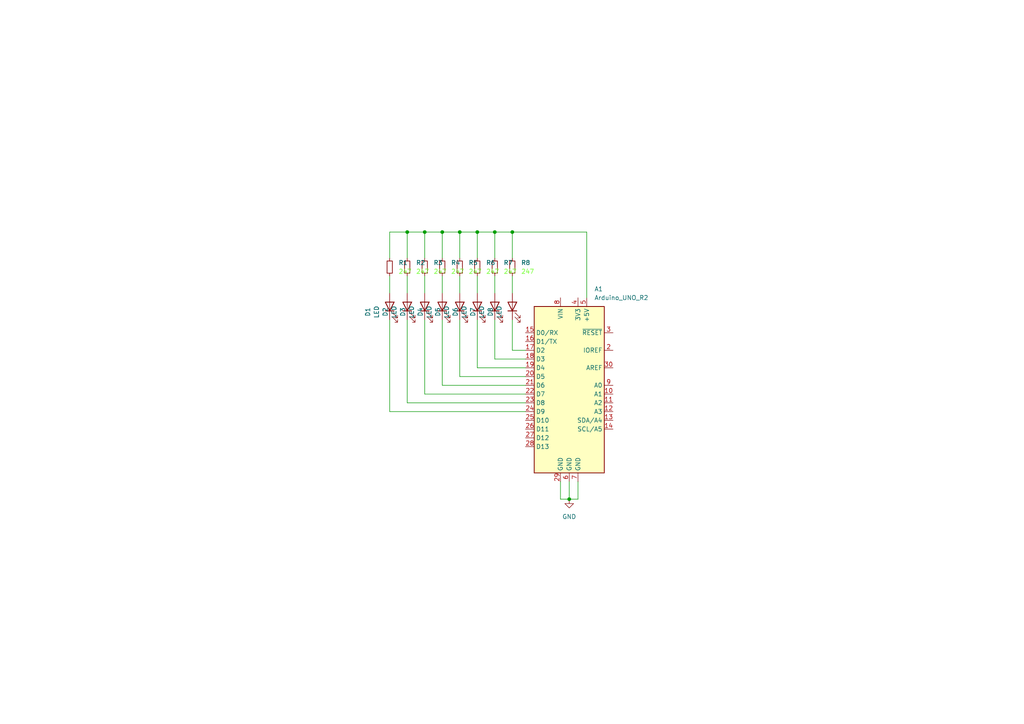
<source format=kicad_sch>
(kicad_sch (version 20230121) (generator eeschema)

  (uuid 6e69eac9-4f37-4ade-8268-940715bff190)

  (paper "A4")

  (title_block
    (title "ARDUINO UNO SHIELD")
    (date "2024-01-14")
    (rev "1")
  )

  (lib_symbols
    (symbol "Device:LED" (pin_numbers hide) (pin_names (offset 1.016) hide) (in_bom yes) (on_board yes)
      (property "Reference" "D" (at 0 2.54 0)
        (effects (font (size 1.27 1.27)))
      )
      (property "Value" "LED" (at 0 -2.54 0)
        (effects (font (size 1.27 1.27)))
      )
      (property "Footprint" "" (at 0 0 0)
        (effects (font (size 1.27 1.27)) hide)
      )
      (property "Datasheet" "~" (at 0 0 0)
        (effects (font (size 1.27 1.27)) hide)
      )
      (property "ki_keywords" "LED diode" (at 0 0 0)
        (effects (font (size 1.27 1.27)) hide)
      )
      (property "ki_description" "Light emitting diode" (at 0 0 0)
        (effects (font (size 1.27 1.27)) hide)
      )
      (property "ki_fp_filters" "LED* LED_SMD:* LED_THT:*" (at 0 0 0)
        (effects (font (size 1.27 1.27)) hide)
      )
      (symbol "LED_0_1"
        (polyline
          (pts
            (xy -1.27 -1.27)
            (xy -1.27 1.27)
          )
          (stroke (width 0.254) (type default))
          (fill (type none))
        )
        (polyline
          (pts
            (xy -1.27 0)
            (xy 1.27 0)
          )
          (stroke (width 0) (type default))
          (fill (type none))
        )
        (polyline
          (pts
            (xy 1.27 -1.27)
            (xy 1.27 1.27)
            (xy -1.27 0)
            (xy 1.27 -1.27)
          )
          (stroke (width 0.254) (type default))
          (fill (type none))
        )
        (polyline
          (pts
            (xy -3.048 -0.762)
            (xy -4.572 -2.286)
            (xy -3.81 -2.286)
            (xy -4.572 -2.286)
            (xy -4.572 -1.524)
          )
          (stroke (width 0) (type default))
          (fill (type none))
        )
        (polyline
          (pts
            (xy -1.778 -0.762)
            (xy -3.302 -2.286)
            (xy -2.54 -2.286)
            (xy -3.302 -2.286)
            (xy -3.302 -1.524)
          )
          (stroke (width 0) (type default))
          (fill (type none))
        )
      )
      (symbol "LED_1_1"
        (pin passive line (at -3.81 0 0) (length 2.54)
          (name "K" (effects (font (size 1.27 1.27))))
          (number "1" (effects (font (size 1.27 1.27))))
        )
        (pin passive line (at 3.81 0 180) (length 2.54)
          (name "A" (effects (font (size 1.27 1.27))))
          (number "2" (effects (font (size 1.27 1.27))))
        )
      )
    )
    (symbol "Device:R_Small" (pin_numbers hide) (pin_names (offset 0.254) hide) (in_bom yes) (on_board yes)
      (property "Reference" "R" (at 0.762 0.508 0)
        (effects (font (size 1.27 1.27)) (justify left))
      )
      (property "Value" "R_Small" (at 0.762 -1.016 0)
        (effects (font (size 1.27 1.27)) (justify left))
      )
      (property "Footprint" "" (at 0 0 0)
        (effects (font (size 1.27 1.27)) hide)
      )
      (property "Datasheet" "~" (at 0 0 0)
        (effects (font (size 1.27 1.27)) hide)
      )
      (property "ki_keywords" "R resistor" (at 0 0 0)
        (effects (font (size 1.27 1.27)) hide)
      )
      (property "ki_description" "Resistor, small symbol" (at 0 0 0)
        (effects (font (size 1.27 1.27)) hide)
      )
      (property "ki_fp_filters" "R_*" (at 0 0 0)
        (effects (font (size 1.27 1.27)) hide)
      )
      (symbol "R_Small_0_1"
        (rectangle (start -0.762 1.778) (end 0.762 -1.778)
          (stroke (width 0.2032) (type default))
          (fill (type none))
        )
      )
      (symbol "R_Small_1_1"
        (pin passive line (at 0 2.54 270) (length 0.762)
          (name "~" (effects (font (size 1.27 1.27))))
          (number "1" (effects (font (size 1.27 1.27))))
        )
        (pin passive line (at 0 -2.54 90) (length 0.762)
          (name "~" (effects (font (size 1.27 1.27))))
          (number "2" (effects (font (size 1.27 1.27))))
        )
      )
    )
    (symbol "MCU_Module:Arduino_UNO_R2" (in_bom yes) (on_board yes)
      (property "Reference" "A" (at -10.16 23.495 0)
        (effects (font (size 1.27 1.27)) (justify left bottom))
      )
      (property "Value" "Arduino_UNO_R2" (at 5.08 -26.67 0)
        (effects (font (size 1.27 1.27)) (justify left top))
      )
      (property "Footprint" "Module:Arduino_UNO_R2" (at 0 0 0)
        (effects (font (size 1.27 1.27) italic) hide)
      )
      (property "Datasheet" "https://www.arduino.cc/en/Main/arduinoBoardUno" (at 0 0 0)
        (effects (font (size 1.27 1.27)) hide)
      )
      (property "ki_keywords" "Arduino UNO R3 Microcontroller Module Atmel AVR USB" (at 0 0 0)
        (effects (font (size 1.27 1.27)) hide)
      )
      (property "ki_description" "Arduino UNO Microcontroller Module, release 2" (at 0 0 0)
        (effects (font (size 1.27 1.27)) hide)
      )
      (property "ki_fp_filters" "Arduino*UNO*R2*" (at 0 0 0)
        (effects (font (size 1.27 1.27)) hide)
      )
      (symbol "Arduino_UNO_R2_0_1"
        (rectangle (start -10.16 22.86) (end 10.16 -25.4)
          (stroke (width 0.254) (type default))
          (fill (type background))
        )
      )
      (symbol "Arduino_UNO_R2_1_1"
        (pin no_connect line (at -10.16 -20.32 0) (length 2.54) hide
          (name "NC" (effects (font (size 1.27 1.27))))
          (number "1" (effects (font (size 1.27 1.27))))
        )
        (pin bidirectional line (at 12.7 -2.54 180) (length 2.54)
          (name "A1" (effects (font (size 1.27 1.27))))
          (number "10" (effects (font (size 1.27 1.27))))
        )
        (pin bidirectional line (at 12.7 -5.08 180) (length 2.54)
          (name "A2" (effects (font (size 1.27 1.27))))
          (number "11" (effects (font (size 1.27 1.27))))
        )
        (pin bidirectional line (at 12.7 -7.62 180) (length 2.54)
          (name "A3" (effects (font (size 1.27 1.27))))
          (number "12" (effects (font (size 1.27 1.27))))
        )
        (pin bidirectional line (at 12.7 -10.16 180) (length 2.54)
          (name "SDA/A4" (effects (font (size 1.27 1.27))))
          (number "13" (effects (font (size 1.27 1.27))))
        )
        (pin bidirectional line (at 12.7 -12.7 180) (length 2.54)
          (name "SCL/A5" (effects (font (size 1.27 1.27))))
          (number "14" (effects (font (size 1.27 1.27))))
        )
        (pin bidirectional line (at -12.7 15.24 0) (length 2.54)
          (name "D0/RX" (effects (font (size 1.27 1.27))))
          (number "15" (effects (font (size 1.27 1.27))))
        )
        (pin bidirectional line (at -12.7 12.7 0) (length 2.54)
          (name "D1/TX" (effects (font (size 1.27 1.27))))
          (number "16" (effects (font (size 1.27 1.27))))
        )
        (pin bidirectional line (at -12.7 10.16 0) (length 2.54)
          (name "D2" (effects (font (size 1.27 1.27))))
          (number "17" (effects (font (size 1.27 1.27))))
        )
        (pin bidirectional line (at -12.7 7.62 0) (length 2.54)
          (name "D3" (effects (font (size 1.27 1.27))))
          (number "18" (effects (font (size 1.27 1.27))))
        )
        (pin bidirectional line (at -12.7 5.08 0) (length 2.54)
          (name "D4" (effects (font (size 1.27 1.27))))
          (number "19" (effects (font (size 1.27 1.27))))
        )
        (pin output line (at 12.7 10.16 180) (length 2.54)
          (name "IOREF" (effects (font (size 1.27 1.27))))
          (number "2" (effects (font (size 1.27 1.27))))
        )
        (pin bidirectional line (at -12.7 2.54 0) (length 2.54)
          (name "D5" (effects (font (size 1.27 1.27))))
          (number "20" (effects (font (size 1.27 1.27))))
        )
        (pin bidirectional line (at -12.7 0 0) (length 2.54)
          (name "D6" (effects (font (size 1.27 1.27))))
          (number "21" (effects (font (size 1.27 1.27))))
        )
        (pin bidirectional line (at -12.7 -2.54 0) (length 2.54)
          (name "D7" (effects (font (size 1.27 1.27))))
          (number "22" (effects (font (size 1.27 1.27))))
        )
        (pin bidirectional line (at -12.7 -5.08 0) (length 2.54)
          (name "D8" (effects (font (size 1.27 1.27))))
          (number "23" (effects (font (size 1.27 1.27))))
        )
        (pin bidirectional line (at -12.7 -7.62 0) (length 2.54)
          (name "D9" (effects (font (size 1.27 1.27))))
          (number "24" (effects (font (size 1.27 1.27))))
        )
        (pin bidirectional line (at -12.7 -10.16 0) (length 2.54)
          (name "D10" (effects (font (size 1.27 1.27))))
          (number "25" (effects (font (size 1.27 1.27))))
        )
        (pin bidirectional line (at -12.7 -12.7 0) (length 2.54)
          (name "D11" (effects (font (size 1.27 1.27))))
          (number "26" (effects (font (size 1.27 1.27))))
        )
        (pin bidirectional line (at -12.7 -15.24 0) (length 2.54)
          (name "D12" (effects (font (size 1.27 1.27))))
          (number "27" (effects (font (size 1.27 1.27))))
        )
        (pin bidirectional line (at -12.7 -17.78 0) (length 2.54)
          (name "D13" (effects (font (size 1.27 1.27))))
          (number "28" (effects (font (size 1.27 1.27))))
        )
        (pin power_in line (at -2.54 -27.94 90) (length 2.54)
          (name "GND" (effects (font (size 1.27 1.27))))
          (number "29" (effects (font (size 1.27 1.27))))
        )
        (pin input line (at 12.7 15.24 180) (length 2.54)
          (name "~{RESET}" (effects (font (size 1.27 1.27))))
          (number "3" (effects (font (size 1.27 1.27))))
        )
        (pin input line (at 12.7 5.08 180) (length 2.54)
          (name "AREF" (effects (font (size 1.27 1.27))))
          (number "30" (effects (font (size 1.27 1.27))))
        )
        (pin power_out line (at 2.54 25.4 270) (length 2.54)
          (name "3V3" (effects (font (size 1.27 1.27))))
          (number "4" (effects (font (size 1.27 1.27))))
        )
        (pin power_out line (at 5.08 25.4 270) (length 2.54)
          (name "+5V" (effects (font (size 1.27 1.27))))
          (number "5" (effects (font (size 1.27 1.27))))
        )
        (pin power_in line (at 0 -27.94 90) (length 2.54)
          (name "GND" (effects (font (size 1.27 1.27))))
          (number "6" (effects (font (size 1.27 1.27))))
        )
        (pin power_in line (at 2.54 -27.94 90) (length 2.54)
          (name "GND" (effects (font (size 1.27 1.27))))
          (number "7" (effects (font (size 1.27 1.27))))
        )
        (pin power_in line (at -2.54 25.4 270) (length 2.54)
          (name "VIN" (effects (font (size 1.27 1.27))))
          (number "8" (effects (font (size 1.27 1.27))))
        )
        (pin bidirectional line (at 12.7 0 180) (length 2.54)
          (name "A0" (effects (font (size 1.27 1.27))))
          (number "9" (effects (font (size 1.27 1.27))))
        )
      )
    )
    (symbol "power:GND" (power) (pin_names (offset 0)) (in_bom yes) (on_board yes)
      (property "Reference" "#PWR" (at 0 -6.35 0)
        (effects (font (size 1.27 1.27)) hide)
      )
      (property "Value" "GND" (at 0 -3.81 0)
        (effects (font (size 1.27 1.27)))
      )
      (property "Footprint" "" (at 0 0 0)
        (effects (font (size 1.27 1.27)) hide)
      )
      (property "Datasheet" "" (at 0 0 0)
        (effects (font (size 1.27 1.27)) hide)
      )
      (property "ki_keywords" "global power" (at 0 0 0)
        (effects (font (size 1.27 1.27)) hide)
      )
      (property "ki_description" "Power symbol creates a global label with name \"GND\" , ground" (at 0 0 0)
        (effects (font (size 1.27 1.27)) hide)
      )
      (symbol "GND_0_1"
        (polyline
          (pts
            (xy 0 0)
            (xy 0 -1.27)
            (xy 1.27 -1.27)
            (xy 0 -2.54)
            (xy -1.27 -1.27)
            (xy 0 -1.27)
          )
          (stroke (width 0) (type default))
          (fill (type none))
        )
      )
      (symbol "GND_1_1"
        (pin power_in line (at 0 0 270) (length 0) hide
          (name "GND" (effects (font (size 1.27 1.27))))
          (number "1" (effects (font (size 1.27 1.27))))
        )
      )
    )
  )

  (junction (at 118.11 67.31) (diameter 0) (color 0 0 0 0)
    (uuid 0098c3aa-33f8-4973-a1ae-8128a9b136a4)
  )
  (junction (at 148.59 67.31) (diameter 0) (color 0 0 0 0)
    (uuid 03a2e0ce-b876-4e81-ac29-0f55b5c2642f)
  )
  (junction (at 143.51 67.31) (diameter 0) (color 0 0 0 0)
    (uuid 2423fcd0-0f8f-4b4c-beb2-b09ce06c6ab5)
  )
  (junction (at 128.27 67.31) (diameter 0) (color 0 0 0 0)
    (uuid 45e64418-4195-49a3-ba57-aebb78f4ce03)
  )
  (junction (at 123.19 67.31) (diameter 0) (color 0 0 0 0)
    (uuid 95dba7ac-a0ec-4253-bf70-6b2492348f9d)
  )
  (junction (at 133.35 67.31) (diameter 0) (color 0 0 0 0)
    (uuid f8295662-7527-46c4-bc19-474d64aed20a)
  )
  (junction (at 165.1 144.78) (diameter 0) (color 0 0 0 0)
    (uuid f9068b07-6f07-4028-82e0-85b711c32620)
  )
  (junction (at 138.43 67.31) (diameter 0) (color 0 0 0 0)
    (uuid fa48539d-b084-4548-bae2-df6e1c10d5e5)
  )

  (wire (pts (xy 167.64 139.7) (xy 167.64 144.78))
    (stroke (width 0) (type default))
    (uuid 064aefd1-4394-40c2-8f1f-f5ca1bbd98e5)
  )
  (wire (pts (xy 165.1 139.7) (xy 165.1 144.78))
    (stroke (width 0) (type default))
    (uuid 0a6ae51e-d398-45da-9c81-97f564f51d56)
  )
  (wire (pts (xy 113.03 80.01) (xy 113.03 85.09))
    (stroke (width 0) (type default))
    (uuid 0f0e63cb-94c0-4db6-8c55-a6f5233a9e4d)
  )
  (wire (pts (xy 118.11 116.84) (xy 152.4 116.84))
    (stroke (width 0) (type default))
    (uuid 1083fba0-1d01-4aa4-9df5-e4cd8cd7d340)
  )
  (wire (pts (xy 123.19 80.01) (xy 123.19 85.09))
    (stroke (width 0) (type default))
    (uuid 157bfe29-52ec-4a1f-8d72-06feab39e55f)
  )
  (wire (pts (xy 118.11 67.31) (xy 118.11 74.93))
    (stroke (width 0) (type default))
    (uuid 26033cf7-d50f-430b-9936-0b8e955abeff)
  )
  (wire (pts (xy 118.11 67.31) (xy 123.19 67.31))
    (stroke (width 0) (type default))
    (uuid 2a27618f-328f-47e8-bae2-a5de0795c8ce)
  )
  (wire (pts (xy 128.27 92.71) (xy 128.27 111.76))
    (stroke (width 0) (type default))
    (uuid 2bc6b7af-304f-461d-b831-54ce7068bffa)
  )
  (wire (pts (xy 113.03 67.31) (xy 118.11 67.31))
    (stroke (width 0) (type default))
    (uuid 3aaba3fa-7904-439b-ae05-c1db293f4de6)
  )
  (wire (pts (xy 143.51 104.14) (xy 152.4 104.14))
    (stroke (width 0) (type default))
    (uuid 43f161df-9809-4143-a1b5-e6515330c2c7)
  )
  (wire (pts (xy 133.35 67.31) (xy 133.35 74.93))
    (stroke (width 0) (type default))
    (uuid 4710b0a8-dd81-4312-be71-20278cb5633d)
  )
  (wire (pts (xy 148.59 101.6) (xy 152.4 101.6))
    (stroke (width 0) (type default))
    (uuid 49806815-b640-4ce6-8750-a65fe0a5800b)
  )
  (wire (pts (xy 143.51 67.31) (xy 148.59 67.31))
    (stroke (width 0) (type default))
    (uuid 4c0f91a4-106c-462f-b3c2-7a09b4367274)
  )
  (wire (pts (xy 113.03 119.38) (xy 152.4 119.38))
    (stroke (width 0) (type default))
    (uuid 4d958bf0-a745-4eea-98b5-fd2330deedb0)
  )
  (wire (pts (xy 162.56 144.78) (xy 165.1 144.78))
    (stroke (width 0) (type default))
    (uuid 51ba7629-951a-4999-98fa-6d1189eb31db)
  )
  (wire (pts (xy 148.59 67.31) (xy 148.59 74.93))
    (stroke (width 0) (type default))
    (uuid 544eabc6-8dcd-456f-9116-daec7bb468a6)
  )
  (wire (pts (xy 133.35 67.31) (xy 138.43 67.31))
    (stroke (width 0) (type default))
    (uuid 59de42c7-e511-4c02-9d90-68b89f919cd8)
  )
  (wire (pts (xy 128.27 111.76) (xy 152.4 111.76))
    (stroke (width 0) (type default))
    (uuid 5d216e6b-5066-492e-b8c9-aa6c0cf3b8dd)
  )
  (wire (pts (xy 138.43 106.68) (xy 152.4 106.68))
    (stroke (width 0) (type default))
    (uuid 5d326438-aaad-4d28-9aa3-c92b76e5d694)
  )
  (wire (pts (xy 128.27 67.31) (xy 133.35 67.31))
    (stroke (width 0) (type default))
    (uuid 6300a0a6-0b28-4d3a-ac37-3f190eb4ad36)
  )
  (wire (pts (xy 113.03 74.93) (xy 113.03 67.31))
    (stroke (width 0) (type default))
    (uuid 711408ee-43bb-42d2-a029-7f96950e28e7)
  )
  (wire (pts (xy 148.59 92.71) (xy 148.59 101.6))
    (stroke (width 0) (type default))
    (uuid 79148551-fbef-440c-8751-f0bda0fd2a55)
  )
  (wire (pts (xy 133.35 80.01) (xy 133.35 85.09))
    (stroke (width 0) (type default))
    (uuid 87028215-cd05-4590-8efe-43bfc354789b)
  )
  (wire (pts (xy 113.03 92.71) (xy 113.03 119.38))
    (stroke (width 0) (type default))
    (uuid 87f42329-8b37-4562-836d-4ce5593ab2f8)
  )
  (wire (pts (xy 148.59 80.01) (xy 148.59 85.09))
    (stroke (width 0) (type default))
    (uuid 91690b8e-5dbc-4960-958d-21ce259a7a12)
  )
  (wire (pts (xy 123.19 92.71) (xy 123.19 114.3))
    (stroke (width 0) (type default))
    (uuid 98f0319c-c6ca-402c-bb3e-6d70f7f6a66e)
  )
  (wire (pts (xy 118.11 92.71) (xy 118.11 116.84))
    (stroke (width 0) (type default))
    (uuid 9f39f5cc-1ff9-4fea-bf2b-556d001b5d32)
  )
  (wire (pts (xy 128.27 80.01) (xy 128.27 85.09))
    (stroke (width 0) (type default))
    (uuid a4482a32-09d7-4f52-9fea-6d5a307dbb74)
  )
  (wire (pts (xy 118.11 80.01) (xy 118.11 85.09))
    (stroke (width 0) (type default))
    (uuid ab81004d-00ce-400f-8220-527ddebbf14d)
  )
  (wire (pts (xy 162.56 139.7) (xy 162.56 144.78))
    (stroke (width 0) (type default))
    (uuid abd98c90-58f4-4393-85c3-c8043d3cf33c)
  )
  (wire (pts (xy 143.51 80.01) (xy 143.51 85.09))
    (stroke (width 0) (type default))
    (uuid b0576afd-587d-4182-ba51-6368400bc8dc)
  )
  (wire (pts (xy 138.43 74.93) (xy 138.43 67.31))
    (stroke (width 0) (type default))
    (uuid b50d61e1-3184-42ae-acf2-8fe6e8ae32d8)
  )
  (wire (pts (xy 123.19 67.31) (xy 123.19 74.93))
    (stroke (width 0) (type default))
    (uuid c20a3e51-7580-4438-b301-96d40a795466)
  )
  (wire (pts (xy 133.35 92.71) (xy 133.35 109.22))
    (stroke (width 0) (type default))
    (uuid ca1a3ddb-b861-4bfb-a35e-60c9f18dc3df)
  )
  (wire (pts (xy 143.51 67.31) (xy 143.51 74.93))
    (stroke (width 0) (type default))
    (uuid cb16daa8-76e0-47bf-8221-615479ec4309)
  )
  (wire (pts (xy 138.43 80.01) (xy 138.43 85.09))
    (stroke (width 0) (type default))
    (uuid ce2eb782-94db-4242-9e27-1b3574e202dc)
  )
  (wire (pts (xy 123.19 114.3) (xy 152.4 114.3))
    (stroke (width 0) (type default))
    (uuid cef583e5-e577-4887-bfb5-cb83d8dd7d9c)
  )
  (wire (pts (xy 123.19 67.31) (xy 128.27 67.31))
    (stroke (width 0) (type default))
    (uuid d0be967e-8230-421f-83ae-1710e5010f91)
  )
  (wire (pts (xy 148.59 67.31) (xy 170.18 67.31))
    (stroke (width 0) (type default))
    (uuid d56e5d37-a690-4442-9903-c06c2f741bb3)
  )
  (wire (pts (xy 167.64 144.78) (xy 165.1 144.78))
    (stroke (width 0) (type default))
    (uuid d672716a-8f32-4160-bb35-54fb55e43f2b)
  )
  (wire (pts (xy 170.18 67.31) (xy 170.18 86.36))
    (stroke (width 0) (type default))
    (uuid e3a53d6e-d012-4e9b-ac79-53018e53bac5)
  )
  (wire (pts (xy 143.51 92.71) (xy 143.51 104.14))
    (stroke (width 0) (type default))
    (uuid e5db9039-cf79-4ec8-ab4f-6d25184307ea)
  )
  (wire (pts (xy 138.43 92.71) (xy 138.43 106.68))
    (stroke (width 0) (type default))
    (uuid ede53f1d-c5ea-43f1-aa3e-eac673ebcc84)
  )
  (wire (pts (xy 133.35 109.22) (xy 152.4 109.22))
    (stroke (width 0) (type default))
    (uuid f3bfa60f-63f8-439d-b531-bd198a7919b5)
  )
  (wire (pts (xy 128.27 67.31) (xy 128.27 74.93))
    (stroke (width 0) (type default))
    (uuid fd5e0eea-8e1a-42e0-8600-10f43763e51b)
  )
  (wire (pts (xy 138.43 67.31) (xy 143.51 67.31))
    (stroke (width 0) (type default))
    (uuid fd85df35-f8cc-420e-9da8-a4abdc98ee70)
  )

  (symbol (lib_id "Device:R_Small") (at 133.35 77.47 0) (unit 1)
    (in_bom yes) (on_board yes) (dnp no) (fields_autoplaced)
    (uuid 06ac5c1e-a127-47ca-b198-85f4b69bb95f)
    (property "Reference" "R5" (at 135.89 76.2 0)
      (effects (font (size 1.27 1.27)) (justify left))
    )
    (property "Value" "247" (at 135.89 78.74 0)
      (effects (font (size 1.27 1.27) (color 139 255 85 1)) (justify left))
    )
    (property "Footprint" "Resistor_SMD:R_0603_1608Metric" (at 133.35 77.47 0)
      (effects (font (size 1.27 1.27)) hide)
    )
    (property "Datasheet" "~" (at 133.35 77.47 0)
      (effects (font (size 1.27 1.27)) hide)
    )
    (pin "1" (uuid 776f0a47-c894-4d52-881e-974ce0dadf37))
    (pin "2" (uuid cc8a05fe-a3af-4236-a763-97876ef44a01))
    (instances
      (project "HW_1_EMBEDDED SYSTEM_LAM HOANG NHAT_2151238"
        (path "/6e69eac9-4f37-4ade-8268-940715bff190"
          (reference "R5") (unit 1)
        )
      )
    )
  )

  (symbol (lib_id "Device:R_Small") (at 118.11 77.47 0) (unit 1)
    (in_bom yes) (on_board yes) (dnp no) (fields_autoplaced)
    (uuid 105d9c24-686b-40a7-b0c9-d883dd1499ed)
    (property "Reference" "R2" (at 120.65 76.2 0)
      (effects (font (size 1.27 1.27)) (justify left))
    )
    (property "Value" "247" (at 120.65 78.74 0)
      (effects (font (size 1.27 1.27) (color 139 255 85 1)) (justify left))
    )
    (property "Footprint" "Resistor_SMD:R_0603_1608Metric" (at 118.11 77.47 0)
      (effects (font (size 1.27 1.27)) hide)
    )
    (property "Datasheet" "~" (at 118.11 77.47 0)
      (effects (font (size 1.27 1.27)) hide)
    )
    (pin "1" (uuid 13e55205-eea1-4520-b93a-8adc8d2463c7))
    (pin "2" (uuid 3d520e85-d5b5-4e6e-b166-a41777085d7e))
    (instances
      (project "HW_1_EMBEDDED SYSTEM_LAM HOANG NHAT_2151238"
        (path "/6e69eac9-4f37-4ade-8268-940715bff190"
          (reference "R2") (unit 1)
        )
      )
    )
  )

  (symbol (lib_id "Device:R_Small") (at 123.19 77.47 0) (unit 1)
    (in_bom yes) (on_board yes) (dnp no) (fields_autoplaced)
    (uuid 1302f1a9-7b8c-41f6-8643-5ea1f1d93d83)
    (property "Reference" "R3" (at 125.73 76.2 0)
      (effects (font (size 1.27 1.27)) (justify left))
    )
    (property "Value" "247" (at 125.73 78.74 0)
      (effects (font (size 1.27 1.27) (color 139 255 85 1)) (justify left))
    )
    (property "Footprint" "Resistor_SMD:R_0603_1608Metric" (at 123.19 77.47 0)
      (effects (font (size 1.27 1.27)) hide)
    )
    (property "Datasheet" "~" (at 123.19 77.47 0)
      (effects (font (size 1.27 1.27)) hide)
    )
    (pin "1" (uuid c19c3e4e-ab16-47b6-974e-2ead24472649))
    (pin "2" (uuid 53239883-d91d-40be-b3ca-add07fcc548a))
    (instances
      (project "HW_1_EMBEDDED SYSTEM_LAM HOANG NHAT_2151238"
        (path "/6e69eac9-4f37-4ade-8268-940715bff190"
          (reference "R3") (unit 1)
        )
      )
    )
  )

  (symbol (lib_id "Device:LED") (at 138.43 88.9 90) (unit 1)
    (in_bom yes) (on_board yes) (dnp no) (fields_autoplaced)
    (uuid 1c8e9fbc-539a-4f5b-8efc-4796d6b1560b)
    (property "Reference" "D6" (at 132.08 90.4875 0)
      (effects (font (size 1.27 1.27)))
    )
    (property "Value" "LED" (at 134.62 90.4875 0)
      (effects (font (size 1.27 1.27)))
    )
    (property "Footprint" "LED_SMD:LED_0805_2012Metric_Pad1.15x1.40mm_HandSolder" (at 138.43 88.9 0)
      (effects (font (size 1.27 1.27)) hide)
    )
    (property "Datasheet" "~" (at 138.43 88.9 0)
      (effects (font (size 1.27 1.27)) hide)
    )
    (pin "2" (uuid 06f9b936-fd3a-4de6-96be-ec1ab31cc829))
    (pin "1" (uuid f9f3df5c-9494-440b-8db7-f91eafaafb33))
    (instances
      (project "HW_1_EMBEDDED SYSTEM_LAM HOANG NHAT_2151238"
        (path "/6e69eac9-4f37-4ade-8268-940715bff190"
          (reference "D6") (unit 1)
        )
      )
    )
  )

  (symbol (lib_id "Device:LED") (at 118.11 88.9 90) (unit 1)
    (in_bom yes) (on_board yes) (dnp no) (fields_autoplaced)
    (uuid 257958d6-fec6-41d2-8dd2-fa2e33d2e3d6)
    (property "Reference" "D2" (at 111.76 90.4875 0)
      (effects (font (size 1.27 1.27)))
    )
    (property "Value" "LED" (at 114.3 90.4875 0)
      (effects (font (size 1.27 1.27)))
    )
    (property "Footprint" "LED_SMD:LED_0805_2012Metric_Pad1.15x1.40mm_HandSolder" (at 118.11 88.9 0)
      (effects (font (size 1.27 1.27)) hide)
    )
    (property "Datasheet" "~" (at 118.11 88.9 0)
      (effects (font (size 1.27 1.27)) hide)
    )
    (pin "1" (uuid b01c3224-bedd-41c4-8ff6-aa4a919af4e8))
    (pin "2" (uuid 42e3159a-ecb3-4175-9d5c-ec7d26634ff8))
    (instances
      (project "HW_1_EMBEDDED SYSTEM_LAM HOANG NHAT_2151238"
        (path "/6e69eac9-4f37-4ade-8268-940715bff190"
          (reference "D2") (unit 1)
        )
      )
    )
  )

  (symbol (lib_id "Device:R_Small") (at 128.27 77.47 0) (unit 1)
    (in_bom yes) (on_board yes) (dnp no) (fields_autoplaced)
    (uuid 27f25853-e6c7-4aac-8135-afad1d998adb)
    (property "Reference" "R4" (at 130.81 76.2 0)
      (effects (font (size 1.27 1.27)) (justify left))
    )
    (property "Value" "247" (at 130.81 78.74 0)
      (effects (font (size 1.27 1.27) (color 139 255 85 1)) (justify left))
    )
    (property "Footprint" "Resistor_SMD:R_0603_1608Metric" (at 128.27 77.47 0)
      (effects (font (size 1.27 1.27)) hide)
    )
    (property "Datasheet" "~" (at 128.27 77.47 0)
      (effects (font (size 1.27 1.27)) hide)
    )
    (pin "1" (uuid a095dc23-8c72-4717-a7a3-9db43d39bc99))
    (pin "2" (uuid 7e2caa6a-b35b-4ba9-8dea-fa2747ba3437))
    (instances
      (project "HW_1_EMBEDDED SYSTEM_LAM HOANG NHAT_2151238"
        (path "/6e69eac9-4f37-4ade-8268-940715bff190"
          (reference "R4") (unit 1)
        )
      )
    )
  )

  (symbol (lib_id "Device:R_Small") (at 148.59 77.47 0) (unit 1)
    (in_bom yes) (on_board yes) (dnp no) (fields_autoplaced)
    (uuid 30d2a5e3-8ce5-4814-ab0f-770ab91d49ad)
    (property "Reference" "R8" (at 151.13 76.2 0)
      (effects (font (size 1.27 1.27)) (justify left))
    )
    (property "Value" "247" (at 151.13 78.74 0)
      (effects (font (size 1.27 1.27) (color 139 255 85 1)) (justify left))
    )
    (property "Footprint" "Resistor_SMD:R_0603_1608Metric" (at 148.59 77.47 0)
      (effects (font (size 1.27 1.27)) hide)
    )
    (property "Datasheet" "~" (at 148.59 77.47 0)
      (effects (font (size 1.27 1.27)) hide)
    )
    (pin "1" (uuid 0d41336e-aaf0-415f-9d97-b74ae860cda2))
    (pin "2" (uuid ca17ac7a-80c0-4b1d-87db-460c5abf88dd))
    (instances
      (project "HW_1_EMBEDDED SYSTEM_LAM HOANG NHAT_2151238"
        (path "/6e69eac9-4f37-4ade-8268-940715bff190"
          (reference "R8") (unit 1)
        )
      )
    )
  )

  (symbol (lib_id "Device:R_Small") (at 143.51 77.47 0) (unit 1)
    (in_bom yes) (on_board yes) (dnp no) (fields_autoplaced)
    (uuid 39b518cf-6b00-4b7e-9112-e9c5bc96272d)
    (property "Reference" "R7" (at 146.05 76.2 0)
      (effects (font (size 1.27 1.27)) (justify left))
    )
    (property "Value" "247" (at 146.05 78.74 0)
      (effects (font (size 1.27 1.27) (color 139 255 85 1)) (justify left))
    )
    (property "Footprint" "Resistor_SMD:R_0603_1608Metric" (at 143.51 77.47 0)
      (effects (font (size 1.27 1.27)) hide)
    )
    (property "Datasheet" "~" (at 143.51 77.47 0)
      (effects (font (size 1.27 1.27)) hide)
    )
    (pin "1" (uuid 1d47afac-f5eb-41c2-8d5e-c146ce77a12e))
    (pin "2" (uuid ffa344d1-8018-44a6-ba87-110930e882fa))
    (instances
      (project "HW_1_EMBEDDED SYSTEM_LAM HOANG NHAT_2151238"
        (path "/6e69eac9-4f37-4ade-8268-940715bff190"
          (reference "R7") (unit 1)
        )
      )
    )
  )

  (symbol (lib_id "Device:LED") (at 123.19 88.9 90) (unit 1)
    (in_bom yes) (on_board yes) (dnp no) (fields_autoplaced)
    (uuid 6ea65a5b-b150-4ac6-beb7-3f89465f23ce)
    (property "Reference" "D3" (at 116.84 90.4875 0)
      (effects (font (size 1.27 1.27)))
    )
    (property "Value" "LED" (at 119.38 90.4875 0)
      (effects (font (size 1.27 1.27)))
    )
    (property "Footprint" "LED_SMD:LED_0805_2012Metric_Pad1.15x1.40mm_HandSolder" (at 123.19 88.9 0)
      (effects (font (size 1.27 1.27)) hide)
    )
    (property "Datasheet" "~" (at 123.19 88.9 0)
      (effects (font (size 1.27 1.27)) hide)
    )
    (pin "1" (uuid db0d1a33-e754-43b7-b546-92d976d29530))
    (pin "2" (uuid 3f60e910-b723-4905-a154-eb270abc0e51))
    (instances
      (project "HW_1_EMBEDDED SYSTEM_LAM HOANG NHAT_2151238"
        (path "/6e69eac9-4f37-4ade-8268-940715bff190"
          (reference "D3") (unit 1)
        )
      )
    )
  )

  (symbol (lib_id "power:GND") (at 165.1 144.78 0) (unit 1)
    (in_bom yes) (on_board yes) (dnp no) (fields_autoplaced)
    (uuid 715cc418-661b-4ce3-bb28-64e448917b4d)
    (property "Reference" "#PWR01" (at 165.1 151.13 0)
      (effects (font (size 1.27 1.27)) hide)
    )
    (property "Value" "GND" (at 165.1 149.86 0)
      (effects (font (size 1.27 1.27)))
    )
    (property "Footprint" "" (at 165.1 144.78 0)
      (effects (font (size 1.27 1.27)) hide)
    )
    (property "Datasheet" "" (at 165.1 144.78 0)
      (effects (font (size 1.27 1.27)) hide)
    )
    (pin "1" (uuid 6d21cb03-d0d5-4246-86b3-dba84dc41ad9))
    (instances
      (project "HW_1_EMBEDDED SYSTEM_LAM HOANG NHAT_2151238"
        (path "/6e69eac9-4f37-4ade-8268-940715bff190"
          (reference "#PWR01") (unit 1)
        )
      )
    )
  )

  (symbol (lib_id "Device:R_Small") (at 138.43 77.47 0) (unit 1)
    (in_bom yes) (on_board yes) (dnp no) (fields_autoplaced)
    (uuid 7adcebbc-466f-4784-9d1b-685a7d672f5a)
    (property "Reference" "R6" (at 140.97 76.2 0)
      (effects (font (size 1.27 1.27)) (justify left))
    )
    (property "Value" "247" (at 140.97 78.74 0)
      (effects (font (size 1.27 1.27) (color 139 255 85 1)) (justify left))
    )
    (property "Footprint" "Resistor_SMD:R_0603_1608Metric" (at 138.43 77.47 0)
      (effects (font (size 1.27 1.27)) hide)
    )
    (property "Datasheet" "~" (at 138.43 77.47 0)
      (effects (font (size 1.27 1.27)) hide)
    )
    (pin "1" (uuid bdc9c756-9e3d-4392-af6a-2225dbb5b370))
    (pin "2" (uuid c0c1b955-285b-4833-bc99-ddf69ed269ab))
    (instances
      (project "HW_1_EMBEDDED SYSTEM_LAM HOANG NHAT_2151238"
        (path "/6e69eac9-4f37-4ade-8268-940715bff190"
          (reference "R6") (unit 1)
        )
      )
    )
  )

  (symbol (lib_id "Device:LED") (at 133.35 88.9 90) (unit 1)
    (in_bom yes) (on_board yes) (dnp no) (fields_autoplaced)
    (uuid 8077ef3c-34e7-47ba-b9f3-8dd4f5886d00)
    (property "Reference" "D5" (at 127 90.4875 0)
      (effects (font (size 1.27 1.27)))
    )
    (property "Value" "LED" (at 129.54 90.4875 0)
      (effects (font (size 1.27 1.27)))
    )
    (property "Footprint" "LED_SMD:LED_0805_2012Metric_Pad1.15x1.40mm_HandSolder" (at 133.35 88.9 0)
      (effects (font (size 1.27 1.27)) hide)
    )
    (property "Datasheet" "~" (at 133.35 88.9 0)
      (effects (font (size 1.27 1.27)) hide)
    )
    (pin "1" (uuid ec8a138e-3d72-4ff9-bfc8-b0e3b63c88a3))
    (pin "2" (uuid d8dbb6fa-7b81-410b-8cb5-d7ff3d903a29))
    (instances
      (project "HW_1_EMBEDDED SYSTEM_LAM HOANG NHAT_2151238"
        (path "/6e69eac9-4f37-4ade-8268-940715bff190"
          (reference "D5") (unit 1)
        )
      )
    )
  )

  (symbol (lib_id "Device:LED") (at 148.59 88.9 90) (unit 1)
    (in_bom yes) (on_board yes) (dnp no) (fields_autoplaced)
    (uuid 8c570fc6-5e62-4df1-ad22-e9f6606ff957)
    (property "Reference" "D8" (at 142.24 90.4875 0)
      (effects (font (size 1.27 1.27)))
    )
    (property "Value" "LED" (at 144.78 90.4875 0)
      (effects (font (size 1.27 1.27)))
    )
    (property "Footprint" "LED_SMD:LED_0805_2012Metric_Pad1.15x1.40mm_HandSolder" (at 148.59 88.9 0)
      (effects (font (size 1.27 1.27)) hide)
    )
    (property "Datasheet" "~" (at 148.59 88.9 0)
      (effects (font (size 1.27 1.27)) hide)
    )
    (pin "2" (uuid 0c3d9605-adbc-4c06-a77b-8404a6fc3c8b))
    (pin "1" (uuid 2e3aaf9d-c34a-4b27-9781-0bffc85c79df))
    (instances
      (project "HW_1_EMBEDDED SYSTEM_LAM HOANG NHAT_2151238"
        (path "/6e69eac9-4f37-4ade-8268-940715bff190"
          (reference "D8") (unit 1)
        )
      )
    )
  )

  (symbol (lib_id "Device:R_Small") (at 113.03 77.47 0) (unit 1)
    (in_bom yes) (on_board yes) (dnp no) (fields_autoplaced)
    (uuid a0a60168-eec7-4a75-9861-5ede929f8f8d)
    (property "Reference" "R1" (at 115.57 76.2 0)
      (effects (font (size 1.27 1.27)) (justify left))
    )
    (property "Value" "247" (at 115.57 78.74 0)
      (effects (font (size 1.27 1.27) (color 139 255 85 1)) (justify left))
    )
    (property "Footprint" "Resistor_SMD:R_0603_1608Metric" (at 113.03 77.47 0)
      (effects (font (size 1.27 1.27)) hide)
    )
    (property "Datasheet" "~" (at 113.03 77.47 0)
      (effects (font (size 1.27 1.27)) hide)
    )
    (pin "1" (uuid dff8b7e8-f19a-4408-b556-b1bb1e7942cb))
    (pin "2" (uuid 3bb84886-d825-4ecc-9950-b5efc0c8b932))
    (instances
      (project "HW_1_EMBEDDED SYSTEM_LAM HOANG NHAT_2151238"
        (path "/6e69eac9-4f37-4ade-8268-940715bff190"
          (reference "R1") (unit 1)
        )
      )
    )
  )

  (symbol (lib_id "Device:LED") (at 128.27 88.9 90) (unit 1)
    (in_bom yes) (on_board yes) (dnp no) (fields_autoplaced)
    (uuid bf24f007-2ac8-4d75-b653-527b295b6d24)
    (property "Reference" "D4" (at 121.92 90.4875 0)
      (effects (font (size 1.27 1.27)))
    )
    (property "Value" "LED" (at 124.46 90.4875 0)
      (effects (font (size 1.27 1.27)))
    )
    (property "Footprint" "LED_SMD:LED_0805_2012Metric_Pad1.15x1.40mm_HandSolder" (at 128.27 88.9 0)
      (effects (font (size 1.27 1.27)) hide)
    )
    (property "Datasheet" "~" (at 128.27 88.9 0)
      (effects (font (size 1.27 1.27)) hide)
    )
    (pin "1" (uuid 89484531-4b60-4f4c-9c2e-9325c9f22471))
    (pin "2" (uuid 63c9c6a8-c1fb-4520-8dbf-0d0736011d04))
    (instances
      (project "HW_1_EMBEDDED SYSTEM_LAM HOANG NHAT_2151238"
        (path "/6e69eac9-4f37-4ade-8268-940715bff190"
          (reference "D4") (unit 1)
        )
      )
    )
  )

  (symbol (lib_id "MCU_Module:Arduino_UNO_R2") (at 165.1 111.76 0) (unit 1)
    (in_bom yes) (on_board yes) (dnp no) (fields_autoplaced)
    (uuid cea9cb88-bb74-462f-838a-5f09d9faf28c)
    (property "Reference" "A1" (at 172.3741 83.82 0)
      (effects (font (size 1.27 1.27)) (justify left))
    )
    (property "Value" "Arduino_UNO_R2" (at 172.3741 86.36 0)
      (effects (font (size 1.27 1.27)) (justify left))
    )
    (property "Footprint" "Module:Arduino_UNO_R2" (at 165.1 111.76 0)
      (effects (font (size 1.27 1.27) italic) hide)
    )
    (property "Datasheet" "https://www.arduino.cc/en/Main/arduinoBoardUno" (at 165.1 111.76 0)
      (effects (font (size 1.27 1.27)) hide)
    )
    (pin "4" (uuid 586be5c4-e81a-4cb7-bc76-08e86fc27abd))
    (pin "9" (uuid c7003b11-b605-46fe-9665-b0e7347eeb01))
    (pin "13" (uuid b781c103-cb46-46a9-98e9-65e05c6f5e95))
    (pin "26" (uuid a1c519d0-1bd3-4cd7-930f-3bd9777d1bc5))
    (pin "2" (uuid 7644b056-cd6c-486c-bfec-dbe6f903003d))
    (pin "16" (uuid 9b53c086-9daf-4feb-9d08-af9626e1b42b))
    (pin "28" (uuid 7767ae93-d592-428a-b4f6-a332b7ac462b))
    (pin "22" (uuid b1465169-81ed-42fc-9975-df5cbd10fa6f))
    (pin "19" (uuid 90f69e30-233a-4df3-8ac7-011bc91759f8))
    (pin "24" (uuid 62549c71-1405-4b4a-bcf5-35f88c60d682))
    (pin "1" (uuid 0bc877b2-8026-4af4-b7cb-db2faf54f2b3))
    (pin "6" (uuid 2e4a25e1-3c06-4b30-a27a-b0bac164d392))
    (pin "18" (uuid ce37c5e0-599f-4ac4-8b8b-ba72429d4a3e))
    (pin "12" (uuid 95abc3fc-b382-410d-9738-50ac8e3c04f6))
    (pin "17" (uuid 58f97303-ca47-4f93-92b3-2dca91c9eb87))
    (pin "29" (uuid 9ae57114-d376-4271-893d-0ecb68e810ac))
    (pin "11" (uuid b14048e0-72be-4538-bdf8-ad46cc713593))
    (pin "25" (uuid 7336668f-2995-42dd-89fa-497f1d92de8b))
    (pin "7" (uuid 5af730d0-7f6d-42c1-bda5-7a0fcadc3b13))
    (pin "10" (uuid 354510e8-0710-4001-bdf3-21daa263a273))
    (pin "23" (uuid a81dd38d-7208-463c-b804-faab7e081666))
    (pin "30" (uuid 10866075-d519-4b37-8c2d-db1acf905fb4))
    (pin "21" (uuid 42222222-7c89-4c8e-8181-0ede9cf6e400))
    (pin "27" (uuid d60d4f70-dead-4f50-b22a-9b1a6ae7d331))
    (pin "3" (uuid 35b56c94-4cd1-45fd-8c71-e101852d6919))
    (pin "14" (uuid 139ac376-2bcb-4832-a0b8-262145d215e8))
    (pin "15" (uuid 3be4e575-954b-4297-b4aa-1a67bce2348a))
    (pin "20" (uuid 9f04c676-1ba8-4b88-8e94-b3b7fa944988))
    (pin "5" (uuid b1190995-f416-44a7-8f2f-1c27dc6f4b31))
    (pin "8" (uuid 29d26cac-5abd-480d-9713-7ac557e9421f))
    (instances
      (project "HW_1_EMBEDDED SYSTEM_LAM HOANG NHAT_2151238"
        (path "/6e69eac9-4f37-4ade-8268-940715bff190"
          (reference "A1") (unit 1)
        )
      )
    )
  )

  (symbol (lib_id "Device:LED") (at 143.51 88.9 90) (unit 1)
    (in_bom yes) (on_board yes) (dnp no) (fields_autoplaced)
    (uuid d256fb5b-4874-402c-906e-f2390c249f31)
    (property "Reference" "D7" (at 137.16 90.4875 0)
      (effects (font (size 1.27 1.27)))
    )
    (property "Value" "LED" (at 139.7 90.4875 0)
      (effects (font (size 1.27 1.27)))
    )
    (property "Footprint" "LED_SMD:LED_0805_2012Metric_Pad1.15x1.40mm_HandSolder" (at 143.51 88.9 0)
      (effects (font (size 1.27 1.27)) hide)
    )
    (property "Datasheet" "~" (at 143.51 88.9 0)
      (effects (font (size 1.27 1.27)) hide)
    )
    (pin "2" (uuid 3685058b-f5e0-4c92-8c05-a6c568b18d4b))
    (pin "1" (uuid 10fdf04b-573b-453a-bb4d-40698830fdc9))
    (instances
      (project "HW_1_EMBEDDED SYSTEM_LAM HOANG NHAT_2151238"
        (path "/6e69eac9-4f37-4ade-8268-940715bff190"
          (reference "D7") (unit 1)
        )
      )
    )
  )

  (symbol (lib_id "Device:LED") (at 113.03 88.9 90) (unit 1)
    (in_bom yes) (on_board yes) (dnp no) (fields_autoplaced)
    (uuid ffe98223-67e9-4493-83ef-e3bd23ce1715)
    (property "Reference" "D1" (at 106.68 90.4875 0)
      (effects (font (size 1.27 1.27)))
    )
    (property "Value" "LED" (at 109.22 90.4875 0)
      (effects (font (size 1.27 1.27)))
    )
    (property "Footprint" "LED_SMD:LED_0805_2012Metric_Pad1.15x1.40mm_HandSolder" (at 113.03 88.9 0)
      (effects (font (size 1.27 1.27)) hide)
    )
    (property "Datasheet" "~" (at 113.03 88.9 0)
      (effects (font (size 1.27 1.27)) hide)
    )
    (pin "1" (uuid eb272c1e-83e1-4030-a957-27ba6d66a0d4))
    (pin "2" (uuid 3f184a71-ae6c-4894-8a5c-24fb78f98993))
    (instances
      (project "HW_1_EMBEDDED SYSTEM_LAM HOANG NHAT_2151238"
        (path "/6e69eac9-4f37-4ade-8268-940715bff190"
          (reference "D1") (unit 1)
        )
      )
    )
  )

  (sheet_instances
    (path "/" (page "1"))
  )
)

</source>
